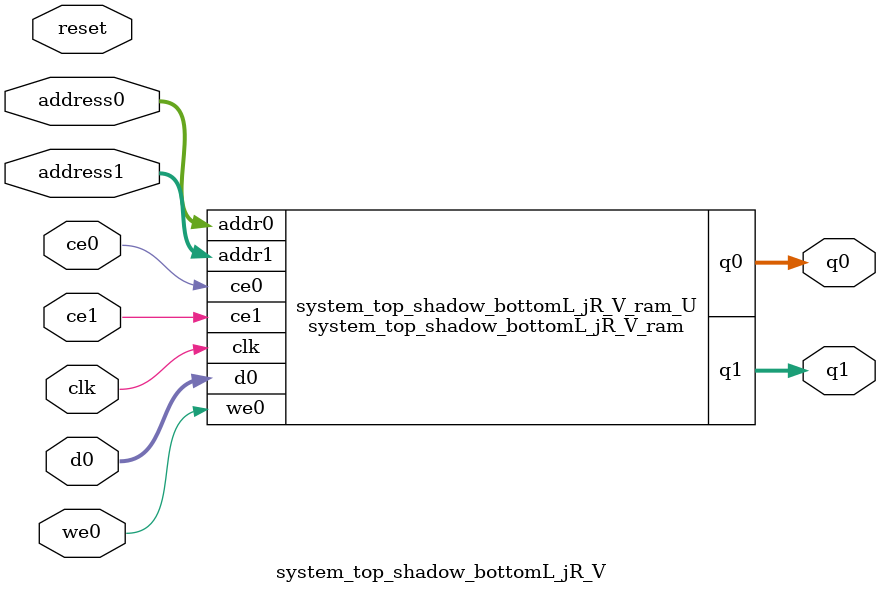
<source format=v>
`timescale 1 ns / 1 ps
module system_top_shadow_bottomL_jR_V_ram (addr0, ce0, d0, we0, q0, addr1, ce1, q1,  clk);

parameter DWIDTH = 32;
parameter AWIDTH = 4;
parameter MEM_SIZE = 15;

input[AWIDTH-1:0] addr0;
input ce0;
input[DWIDTH-1:0] d0;
input we0;
output reg[DWIDTH-1:0] q0;
input[AWIDTH-1:0] addr1;
input ce1;
output reg[DWIDTH-1:0] q1;
input clk;

reg [DWIDTH-1:0] ram[0:MEM_SIZE-1];




always @(posedge clk)  
begin 
    if (ce0) begin
        if (we0) 
            ram[addr0] <= d0; 
        q0 <= ram[addr0];
    end
end


always @(posedge clk)  
begin 
    if (ce1) begin
        q1 <= ram[addr1];
    end
end


endmodule

`timescale 1 ns / 1 ps
module system_top_shadow_bottomL_jR_V(
    reset,
    clk,
    address0,
    ce0,
    we0,
    d0,
    q0,
    address1,
    ce1,
    q1);

parameter DataWidth = 32'd32;
parameter AddressRange = 32'd15;
parameter AddressWidth = 32'd4;
input reset;
input clk;
input[AddressWidth - 1:0] address0;
input ce0;
input we0;
input[DataWidth - 1:0] d0;
output[DataWidth - 1:0] q0;
input[AddressWidth - 1:0] address1;
input ce1;
output[DataWidth - 1:0] q1;



system_top_shadow_bottomL_jR_V_ram system_top_shadow_bottomL_jR_V_ram_U(
    .clk( clk ),
    .addr0( address0 ),
    .ce0( ce0 ),
    .we0( we0 ),
    .d0( d0 ),
    .q0( q0 ),
    .addr1( address1 ),
    .ce1( ce1 ),
    .q1( q1 ));

endmodule


</source>
